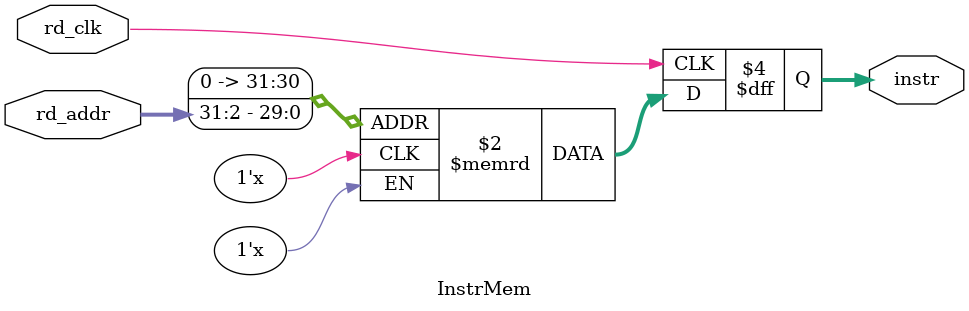
<source format=v>
module InstrMem (
    input               rd_clk,
    input       [31:0]  rd_addr,
    output reg  [31:0]  instr 
);

reg [31:0] instr_regs[(1 << 30) - 1:0];

always @ (negedge rd_clk) begin
    instr = instr_regs[(rd_addr) >> 2];
end

endmodule //InstrMem
</source>
